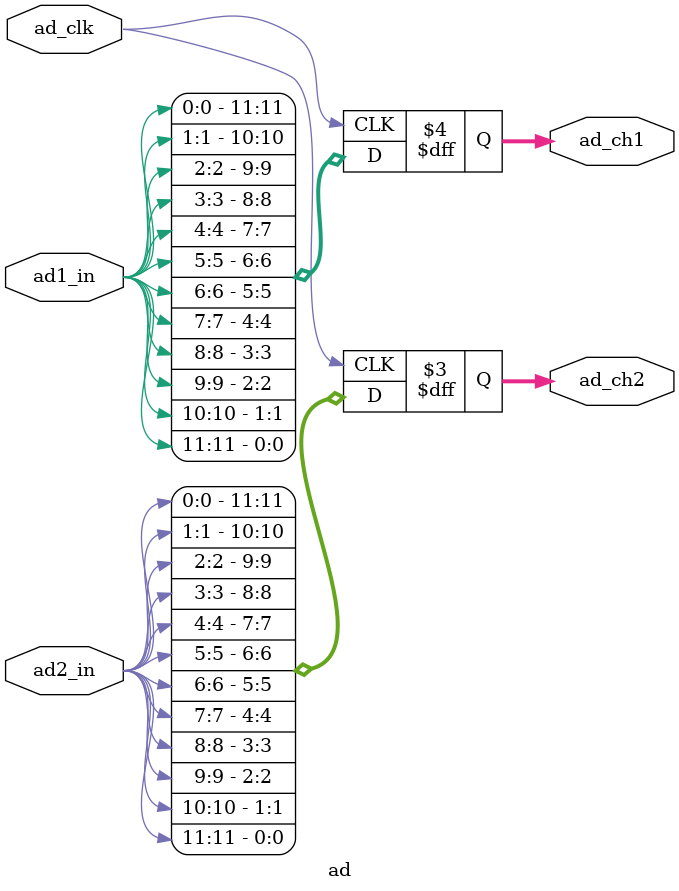
<source format=v>
`timescale 1ns / 1ps
module ad(
          input ad_clk,
			 input [11:0] ad1_in,
 			 input [11:0] ad2_in,
			 
			 output reg [11:0] ad_ch1,
 			 output reg [11:0] ad_ch2
			 
    );


//AD CH1通道数据颠倒
always @(posedge ad_clk)
begin
    ad_ch1[11] <= ad1_in[0];  
    ad_ch1[10] <= ad1_in[1];  
    ad_ch1[9] <= ad1_in[2];  
    ad_ch1[8] <= ad1_in[3];  
    ad_ch1[7] <= ad1_in[4];  
    ad_ch1[6] <= ad1_in[5];  
    ad_ch1[5] <= ad1_in[6];  
    ad_ch1[4] <= ad1_in[7];  
    ad_ch1[3] <= ad1_in[8];  
    ad_ch1[2] <= ad1_in[9];  
    ad_ch1[1] <= ad1_in[10];  
    ad_ch1[0] <= ad1_in[11];  	 
end 

//AD CH2通道数据颠倒
always @(posedge ad_clk)
begin
    ad_ch2[11] <= ad2_in[0];  
    ad_ch2[10] <= ad2_in[1];  
    ad_ch2[9] <= ad2_in[2];  
    ad_ch2[8] <= ad2_in[3];  
    ad_ch2[7] <= ad2_in[4];  
    ad_ch2[6] <= ad2_in[5];  
    ad_ch2[5] <= ad2_in[6];  
    ad_ch2[4] <= ad2_in[7];  
    ad_ch2[3] <= ad2_in[8];  
    ad_ch2[2] <= ad2_in[9];  
    ad_ch2[1] <= ad2_in[10];  
    ad_ch2[0] <= ad2_in[11];   
end 


endmodule

</source>
